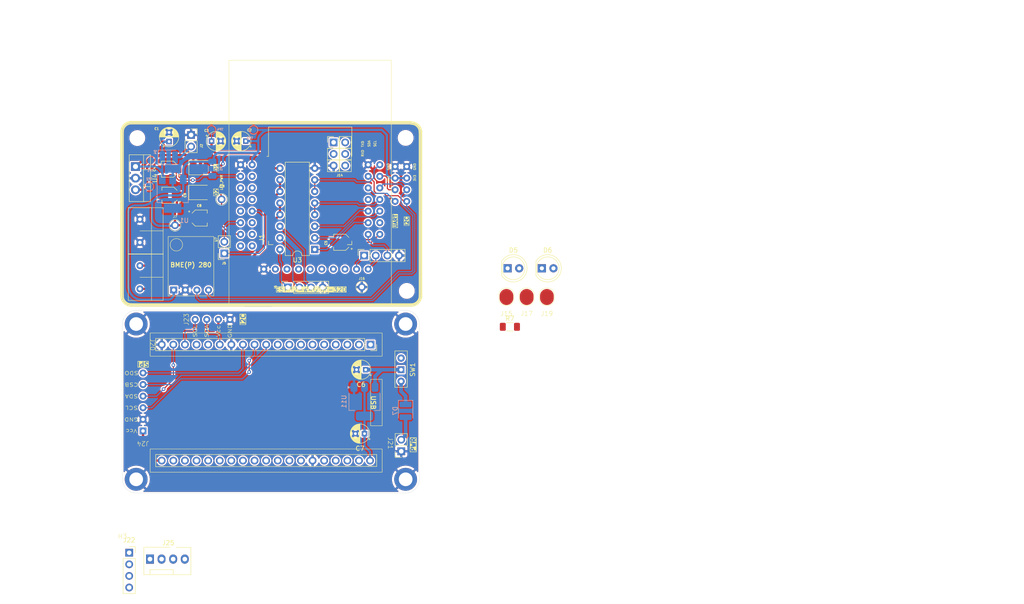
<source format=kicad_pcb>
(kicad_pcb (version 20240108) (generator "pcbnew") (generator_version "8.0")
  (layers (0 "F.Cu" signal) (31 "B.Cu" signal) (34 "B.Paste" user) (35 "F.Paste" user) (36 "B.SilkS" user "B.Silkscreen") (37 "F.SilkS" user "F.Silkscreen") (38 "B.Mask" user) (39 "F.Mask" user) (44 "Edge.Cuts" user))
  (net 0 "")
  (net 1 "GND")
  (net 2 "+3V3")
  (net 3 "+5V")
  (net 4 "/RXD")
  (net 5 "/TXD")
  (net 6 "/SDA")
  (net 7 "/SCL")
  (net 8 "/EN")
  (net 9 "/SOURCE2")
  (net 10 "/SOURCE1")
  (net 11 "/SOURCE3")
  (net 12 "/VDC")
  (net 13 "/DAC1")
  (net 14 "/DAC2")
  (net 15 "/GPIO19")
  (net 16 "/GPIO17")
  (net 17 "/GPIO5")
  (net 18 "/GPIO18")
  (net 19 "/ADC2_CH3")
  (net 20 "/ADC2_CH0")
  (net 21 "/GPIO23")
  (net 22 "/ADC2_CH2")
  (net 23 "/BOOT")
  (net 24 "/SOURCE4")
  (net 25 "/SOURCE5")
  (net 26 "/GPIO14")
  (net 27 "/VIN")
  (net 39 "/ESP32-WROOM-32U Node/VIN")
  (net 44 "/ESP32-WROOM-32U Node/VDC")
  (net 55 "/ESP32-WROOM-32U Node/SPI-SDO")
  (net 56 "/ESP32-WROOM-32U Node/TX")
  (net 57 "Net-(D7-A)")
  (net 58 "/ESP32-WROOM-32U Node/SDA-2")
  (net 59 "/ESP32-WROOM-32U Node/SPI-CSB")
  (net 60 "/ESP32-WROOM-32U Node/SPI-SCL")
  (net 61 "/ESP32-WROOM-32U Node/SCL-2")
  (net 62 "/ESP32-WROOM-32U Node/RX")
  (net 63 "/ESP32-WROOM-32U Node/SPI-SDA")
  (net 65 "/GPIO36")
  (net 66 "/OUT2")
  (net 67 "/GPIO39")
  (net 68 "/GPIO32")
  (net 69 "/OUT1")
  (net 70 "/SD_DATA0")
  (net 71 "/SD_CMD")
  (net 72 "/GPIO34")
  (net 73 "/OUT3")
  (net 74 "/SD_DATA2")
  (net 75 "/GPIO27")
  (net 76 "/GPIO13")
  (net 77 "/SD_CLK")
  (net 78 "/SD_DATA1")
  (net 79 "/GPIO33")
  (net 80 "/SD_DATA3")
  (net 81 "Net-(J15-Pin_1)")
  (net 82 "Net-(D5-Pad1)")
  (net 83 "Net-(J19-Pin_1)")
  (net 87 "/ESP32-WROOM-32U Node/12V")
  (footprint "Capacitor_THT:CP_Radial_D4.0mm_P2.00mm" (layer "F.Cu") (at 107 44.2 180)
    (property "Reference" "C2")
    (property "Value" "1uF")
  )
  (footprint "LED_SMD:LED_1210_3225Metric_Pad1.42x2.65mm_HandSolder" (layer "F.Cu") (at 97 55.45)
    (property "Reference" "D2")
    (property "Value" "STATUS")
  )
  (footprint "Capacitor_SMD:CP_Elec_3x5.3" (layer "F.Cu") (at 90.3 50.35 180)
    (property "Reference" "C4")
    (property "Value" "0.1uF")
  )
  (footprint "LED_THT:LED_D5.0mm" (layer "F.Cu") (at 171.825 72.05)
    (property "Reference" "D6")
    (property "Value" "LED_STATUS")
  )
  (footprint "Alexander Footprint Library:Pad_1x01_P2.54_SMD" (layer "F.Cu") (at 168.501 82.471)
    (property "Reference" "J17")
    (property "Value" "GND")
  )
  (footprint "MountingHole:MountingHole_3mm" (layer "F.Cu") (at 142 43.5)
    (property "Reference" "H1" (hide yes))
    (property "Value" "MountingHole_Pad")
  )
  (footprint "MountingHole:MountingHole_3mm" (layer "F.Cu") (at 83.25 43.53)
    (property "Reference" "H2" (hide yes))
    (property "Value" "MountingHole_Pad")
  )
  (footprint "Alexander Footprints Library:Conn_Terminal_5mm" (layer "F.Cu") (at 83.82 53.69)
    (property "Reference" "J9" (hide yes))
    (property "Value" "Conn_01x02_Socket")
  )
  (footprint "Alexander Footprint Library:ESP32-WROOM-Adapter-Socket-2" (layer "F.Cu") (at 121.1 56.99)
    (property "Reference" "J1")
    (property "Value" "~")
  )
  (footprint "Capacitor_SMD:CP_Elec_3x5.3" (layer "F.Cu") (at 90.4 56.05 180)
    (property "Reference" "C9")
    (property "Value" "0.1uF")
  )
  (footprint "Capacitor_THT:CP_Radial_D4.0mm_P2.00mm" (layer "F.Cu") (at 133.25 94.25 180)
    (property "Reference" "C6")
    (property "Value" "1uF")
  )
  (footprint "Alexander Footprint Library:PinSocket_1x01_P2.54" (layer "F.Cu") (at 91.5 65.19)
    (property "Reference" "J7")
    (property "Value" "LED_PWR")
  )
  (footprint "Alexander Footprint Library:Conn_SPI" (layer "F.Cu") (at 84.5 112.74 180)
    (property "Reference" "J24")
    (property "Value" "~")
  )
  (footprint "Connector_PinSocket_2.54mm:PinSocket_1x02_P2.54mm_Vertical" (layer "F.Cu") (at 95.025 42.85)
    (property "Reference" "J2")
    (property "Value" "PWR")
  )
  (footprint "LED_THT:LED_D5.0mm" (layer "F.Cu") (at 164.325 72.05)
    (property "Reference" "D5")
    (property "Value" "LED_PWR")
  )
  (footprint "Connector:FanPinHeader_1x04_P2.54mm_Vertical" (layer "F.Cu") (at 86.025 135.72)
    (property "Reference" "J25")
    (property "Value" "Conn_01x04_Pin")
  )
  (footprint "Connector_PinSocket_2.54mm:PinSocket_1x04_P2.54mm_Vertical" (layer "F.Cu") (at 81.475 134.32)
    (property "Reference" "J22")
    (property "Value" "PWR_SATA_Conn_01x04")
  )
  (footprint "Connector_PinSocket_2.54mm:PinSocket_1x04_P2.54mm_Vertical" (layer "F.Cu") (at 116.2 76.225 90)
    (property "Reference" "J6")
    (property "Value" "SOURCE")
  )
  (footprint "Package_DIP:DIP-16_W7.62mm" (layer "F.Cu") (at 122.1 67.925 180)
    (property "Reference" "U3")
    (property "Value" "ULN2003")
  )
  (footprint "Connector_PinSocket_2.54mm:PinSocket_1x04_P2.54mm_Vertical" (layer "F.Cu") (at 132.92 69.25 90)
    (property "Reference" "J10" (hide yes))
    (property "Value" "ADC")
  )
  (footprint "Capacitor_SMD:CP_Elec_3x5.3" (layer "F.Cu") (at 128 66.35 180)
    (property "Reference" "C5")
    (property "Value" "0.1uF")
  )
  (footprint "Alexander Footprint Library:PinSocket_1x02_P2.54" (layer "F.Cu") (at 142.25 107 180)
    (property "Reference" "J21")
    (property "Value" "PWR")
  )
  (footprint "Capacitor_THT:CP_Radial_D4.0mm_P2.00mm" (layer "F.Cu") (at 99.5 44.2)
    (property "Reference" "C3")
    (property "Value" "1uF")
  )
  (footprint "Alexander Footprint Library:Conn_ESP32_WROOM-DevKit-38pins" (layer "F.Cu") (at 86.06 88.75 -90)
    (property "Reference" "J20")
    (property "Value" "~")
  )
  (footprint "Capacitor_SMD:CP_Elec_3x5.3" (layer "F.Cu") (at 96.8 61.05)
    (property "Reference" "C8")
    (property "Value" "10uF")
  )
  (footprint "Alexander Footprint Library:PinSocket_1x01_P2.54" (layer "F.Cu") (at 101.7 59.52)
    (property "Reference" "J18")
    (property "Value" "LED_PWR")
  )
  (footprint "Alexander Footprint Library:Conn_I2C" (layer "F.Cu") (at 111.16 83.25 -90)
    (property "Reference" "J23")
    (property "Value" "I2C")
  )
  (footprint "Connector_PinSocket_2.54mm:PinSocket_1x02_P2.54mm_Vertical" (layer "F.Cu") (at 102.3 68.79 180)
    (property "Reference" "J5")
    (property "Value" "DAC")
  )
  (footprint "Alexander Footprint Library:CONN_2x3" (layer "F.Cu") (at 126.23 39.4)
    (property "Reference" "J14")
    (property "Value" "GPIO")
  )
  (footprint "Alexander Footprints Library:Conn_UART" (layer "F.Cu") (at 139.7 42.15)
    (property "Reference" "J3" (hide yes))
    (property "Value" "UART")
  )
  (footprint "Alexander Footprint Library:SW_Slide-03_7.3x2.5x2.5_P2.54mm" (layer "F.Cu") (at 141 94.25 -90)
    (property "Reference" "SW1")
    (property "Value" "SW_SPDT")
  )
  (footprint "Alexander Footprint Library:PinSocket_1x01_P2.54" (layer "F.Cu") (at 132.4 78.72)
    (property "Reference" "J16")
    (property "Value" "GND")
  )
  (footprint "Alexander Footprint Library:Pad_1x01_P2.54_SMD" (layer "F.Cu") (at 172.927 82.471)
    (property "Reference" "J19")
    (property "Value" "LED_PWR")
  )
  (footprint "Capacitor_THT:CP_Radial_D4.0mm_P2.00mm" (layer "F.Cu") (at 90.2 44.3 90)
    (property "Reference" "C1")
    (property "Value" "1uF")
  )
  (footprint "Alexander Footprint Library:BME280_BMP280_I2C" (layer "F.Cu") (at 90 78.1 90)
    (property "Reference" "U7")
    (property "Value" "BME(P)280")
  )
  (footprint "Capacitor_THT:CP_Radial_D4.0mm_P2.00mm" (layer "F.Cu") (at 133 108.25 180)
    (property "Reference" "C7")
    (property "Value" "1uF")
  )
  (footprint "Alexander Footprint Library:LD1117" (layer "F.Cu") (at 82.855 49.77 -90)
    (property "Reference" "U4")
    (property "Value" "L7805")
  )
  (footprint "Alexander Footprints Library:Conn_I2C" (layer "F.Cu") (at 142.24 42.15)
    (property "Reference" "J4" (hide yes))
    (property "Value" "I2C")
  )
  (footprint "Alexander Footprint Library:Board_65-40" (layer "F.Cu") (at 80 131.25)
    (property "Reference" "H3")
    (property "Value" "Project_Box_Board_65x40")
    (fp_line (start 0 -13) (end 0 -47) (stroke (width 0.05)) (layer "Edge.Cuts"))
    (fp_line (start 3 -50) (end 62 -50) (stroke (width 0.05)) (layer "Edge.Cuts"))
    (fp_line (start 62 -10) (end 3 -10) (stroke (width 0.05)) (layer "Edge.Cuts"))
    (fp_line (start 65 -47) (end 65 -13) (stroke (width 0.05)) (layer "Edge.Cuts"))
    (fp_arc (start 0 -47) (mid 0.87868 -49.12132) (end 3 -50) (stroke (width 0.05)) (layer "Edge.Cuts"))
    (fp_arc (start 3 -10) (mid 0.87868 -10.87868) (end 0 -13) (stroke (width 0.05)) (layer "Edge.Cuts"))
    (fp_arc (start 62 -50) (mid 64.12132 -49.12132) (end 65 -47) (stroke (width 0.05)) (layer "Edge.Cuts"))
    (fp_arc (start 65 -13) (mid 64.12132 -10.87868) (end 62 -10) (stroke (width 0.05)) (layer "Edge.Cuts"))
    (fp_circle (center 3 -47) (end 4 -48) (stroke (width 0.05)) (fill none) (layer "Edge.Cuts"))
    (fp_circle (center 3 -13) (end 4 -14) (stroke (width 0.05)) (fill none) (layer "Edge.Cuts"))
    (fp_circle (center 62 -47) (end 63 -48) (stroke (width 0.05)) (fill none) (layer "Edge.Cuts"))
    (fp_circle (center 62 -13) (end 63 -14) (stroke (width 0.05)) (fill none) (layer "Edge.Cuts"))
  )
  (footprint "Resistor_SMD:R_1206_3216Metric_Pad1.30x1.75mm_HandSolder" (layer "F.Cu") (at 164.825 84.86)
    (property "Reference" "R7")
    (property "Value" "4K7")
  )
  (footprint "LED_SMD:LED_1210_3225Metric_Pad1.42x2.65mm_HandSolder" (layer "F.Cu") (at 97 50)
    (property "Reference" "D1")
    (property "Value" "PWR")
  )
  (footprint "MountingHole:MountingHole_3mm" (layer "F.Cu") (at 142.25 77)
    (property "Reference" "H4" (hide yes))
    (property "Value" "MountingHole_Pad")
  )
  (footprint "Alexander Footprint Library:Pad_1x01_P2.54_SMD" (layer "F.Cu") (at 164.075 82.471)
    (property "Reference" "J15")
    (property "Value" "LED_PWR")
  )
  (footprint "Alexander Footprints Library:Conn_Terminal_5mm" (layer "F.Cu") (at 83.82 63.85)
    (property "Reference" "J8" (hide yes))
    (property "Value" "Conn_01x02_Socket")
  )
  (footprint "TestPoint:TestPoint_Pad_D1.5mm" (layer "B.Cu") (at 99.5 41.75 180)
    (property "Reference" "TP4")
    (property "Value" "5V")
  )
  (footprint "TestPoint:TestPoint_Pad_D1.5mm" (layer "B.Cu") (at 108.7 41.75 180)
    (property "Reference" "TP3")
    (property "Value" "3V3")
  )
  (footprint "Diode_SMD:D_1210_3225Metric" (layer "B.Cu") (at 142 103.25 -90)
    (property "Reference" "D7")
    (property "Value" "D")
  )
  (footprint "Resistor_SMD:R_1206_3216Metric_Pad1.30x1.75mm_HandSolder" (layer "B.Cu") (at 99.7 50.25 -90)
    (property "Reference" "R1")
    (property "Value" "10K")
  )
  (footprint "Diode_SMD:D_1210_3225Metric" (layer "B.Cu") (at 90.1 47.75)
    (property "Reference" "D4")
    (property "Value" "D")
  )
  (footprint "TestPoint:TestPoint_Pad_D1.5mm" (layer "B.Cu") (at 86.2 48.45 180)
    (property "Reference" "TP1")
    (property "Value" "VIN")
  )
  (footprint "TestPoint:TestPoint_Pad_D1.5mm" (layer "B.Cu") (at 85.9 54.15 180)
    (property "Reference" "TP2")
    (property "Value" "GND")
  )
  (footprint "Package_TO_SOT_SMD:SOT-223-3_TabPin2" (layer "B.Cu") (at 91 55.75 -90)
    (property "Reference" "U1")
    (property "Value" "AMS1117-3V3")
  )
  (footprint "Package_TO_SOT_SMD:SOT-223-3_TabPin2" (layer "B.Cu") (at 133 101.25 -90)
    (property "Reference" "U11")
    (property "Value" "AMS1117-5.0")
  )
  (gr_line (start 145.25 42.11421) (end 145.25 78.085782) (stroke (width 0.75)) (layer "F.SilkS"))
  (gr_line (start 81.914218 40.164218) (end 143.08579 40.164218) (stroke (width 0.75)) (layer "F.SilkS"))
  (gr_arc (start 145.25 78.085782) (mid 144.66422 79.500007) (end 143.25 80.085782) (stroke (width 0.75)) (layer "F.SilkS"))
  (gr_line (start 79.914218 42.11421) (end 79.914218 78.085782) (stroke (width 0.75)) (layer "F.SilkS"))
  (gr_arc (start 81.914218 80.085782) (mid 80.499999 79.500001) (end 79.914218 78.085782) (stroke (width 0.75)) (layer "F.SilkS"))
  (gr_arc (start 143.25 40.25) (mid 144.664214 40.835786) (end 145.25 42.25) (stroke (width 0.75)) (layer "F.SilkS"))
  (gr_arc (start 79.914218 42.164218) (mid 80.499999 40.749999) (end 81.914218 40.164218) (stroke (width 0.75)) (layer "F.SilkS"))
  (gr_line (start 81.914214 80.085782) (end 143.085786 80.085782) (stroke (width 0.75)) (layer "F.SilkS"))
  (gr_line (start 82.014214 80.235786) (end 113 80.25) (stroke (width 0.1)) (layer "Edge.Cuts"))
  (gr_line (start 80 42.25) (end 80.014214 78.235786) (stroke (width 0.1)) (layer "Edge.Cuts"))
  (gr_arc (start 143.185786 40.264214) (mid 144.600004 40.849996) (end 145.185786 42.264214) (stroke (width 0.1)) (layer "Edge.Cuts"))
  (gr_line (start 113 80.25) (end 143.185786 80.235786) (stroke (width 0.1)) (layer "Edge.Cuts"))
  (gr_arc (start 82.014214 80.235786) (mid 80.599996 79.650004) (end 80.014214 78.235786) (stroke (width 0.1)) (layer "Edge.Cuts"))
  (gr_line (start 145.185786 42.264214) (end 145.185786 78.235786) (stroke (width 0.1)) (layer "Edge.Cuts"))
  (gr_arc (start 80 42.25) (mid 80.585786 40.835786) (end 82 40.25) (stroke (width 0.1)) (layer "Edge.Cuts"))
  (gr_arc (start 145.185786 78.235786) (mid 144.600004 79.650004) (end 143.185786 80.235786) (stroke (width 0.1)) (layer "Edge.Cuts"))
  (gr_line (start 143.185786 40.264214) (end 82 40.25) (stroke (width 0.1)) (layer "Edge.Cuts"))
  (gr_text "PWR" (at 144.3 112.45 90) (layer "F.SilkS" knockout) (effects (font (size 1 1) (thickness 0.25) (bold yes)) (justify left bottom)))
  (segment (start 84.21 66) (end 83.82 66.39) (width 0.5) (layer "F.Cu") (net 1))
  (segment (start 95.5 54.8625) (end 95.5125 54.85) (width 0.25) (layer "F.Cu") (net 1))
  (segment (start 95.5 55.4625) (end 95.5125 55.45) (width 0.25) (layer "F.Cu") (net 1))
  (segment (start 91.5 59.65) (end 91.9 59.25) (width 0.5) (layer "F.Cu") (net 2))
  (segment (start 101.15 50) (end 102 49.15) (width 0.5) (layer "F.Cu") (net 2))
  (segment (start 84.5 107.66) (end 84.5 112.25) (width 0.5) (layer "F.Cu") (net 2))
  (segment (start 87.75 85.75) (end 100 85.75) (width 0.5) (layer "F.Cu") (net 2))
  (segment (start 94.63 62.62) (end 91.5 62.62) (width 0.5) (layer "F.Cu") (net 2))
  (segment (start 101 84.75) (end 101 83.25) (width 0.5) (layer "F.Cu") (net 2))
  (segment (start 88.6 114.15) (end 86.4 114.15) (width 0.5) (layer "F.Cu") (net 2))
  (segment (start 84.5 112.25) (end 85.25 113) (width 0.5) (layer "F.Cu") (net 2))
  (segment (start 91.9 59.25) (end 91.9 56.05) (width 0.5) (layer "F.Cu") (net 2))
  (segment (start 98.4875 50) (end 101.15 50) (width 0.5) (layer "F.Cu") (net 2))
  (segment (start 95.3 61.05) (end 95.3 61.95) (width 0.5) (layer "F.Cu") (net 2))
  (segment (start 95.3 61.95) (end 94.63 62.62) (width 0.5) (layer "F.Cu") (net 2))
  (segment (start 82.25 110) (end 82.25 91.25) (width 0.5) (layer "F.Cu") (net 2))
  (segment (start 91.5 62.62) (end 91.5 59.65) (width 0.5) (layer "F.Cu") (net 2))
  (segment (start 82.25 91.25) (end 87.75 85.75) (width 0.5) (layer "F.Cu") (net 2))
  (segment (start 86.4 114.15) (end 85.25 113) (width 0.5) (layer "F.Cu") (net 2))
  (segment (start 100 85.75) (end 101 84.75) (width 0.5) (layer "F.Cu") (net 2))
  (segment (start 85.25 113) (end 82.25 110) (width 0.5) (layer "F.Cu") (net 2))
  (via (at 102 49.15) (size 0.8) (drill 0.4) (layers "F.Cu" "B.Cu") (net 2))
  (segment (start 96.075 48.7) (end 97.525 48.7) (width 0.5) (layer "B.Cu") (net 2))
  (segment (start 108.4 49.2825) (end 108.4 47.85) (width 0.5) (layer "B.Cu") (net 2))
  (segment (start 109.408578 44.2) (end 107 44.2) (width 0.5) (layer "B.Cu") (net 2))
  (segment (start 109.5 46.75) (end 109.75 46.5) (width 0.5) (layer "B.Cu") (net 2))
  (segment (start 81.3 75.997918) (end 81.3 59.75104) (width 0.5) (layer "B.Cu") (net 2))
  (segment (start 93.3 54.905025) (end 93.3 52.6) (width 0.5) (layer "B.Cu") (net 2))
  (segment (start 100 48.7) (end 100 48.03033) (width 0.5) (layer "B.Cu") (net 2))
  (segment (start 137.9 51.55) (end 138.66 52.31) (width 0.5) (layer "B.Cu") (net 2))
  (segment (start 84.202081 78.9) (end 89.990883 78.9) (width 0.5) (layer "B.Cu") (net 2))
  (segment (start 109.75 45) (end 109.75 44.141421) (width 0.5) (layer "B.Cu") (net 2))
  (segment (start 103 46.75) (end 101.28033 46.75) (width 0.5) (layer "B.Cu") (net 2))
  (segment (start 109.75 43.858578) (end 109.75 44.141421) (width 0.5) (layer "B.Cu") (net 2))
  (segment (start 138.66 52.31) (end 139.7 52.31) (width 0.5) (layer "B.Cu") (net 2))
  (segment (start 139.7 52.31) (end 142.24 52.31) (width 0.5) (layer "B.Cu") (net 2))
  (segment (start 129.1 41.75) (end 136.8 41.75) (width 0.5) (layer "B.Cu") (net 2))
  (segment (start 112.31066 41.75) (end 129.1 41.75) (width 0.5) (layer "B.Cu") (net 2))
  (segment (start 88.207106 62.75) (end 91.5 62.75) (width 0.5) (layer "B.Cu") (net 2))
  (segment (start 86.5 61.042893) (end 86.5 57.5) (width 0.5) (layer "B.Cu") (net 2))
  (segment (start 103 46.75) (end 109.5 46.75) (width 0.5) (layer "B.Cu") (net 2))
  (segment (start 137.9 42.85) (end 137.9 51.55) (width 0.5) (layer "B.Cu") (net 2))
  (segment (start 91.22 77.670883) (end 91.22 76.8) (width 0.5) (layer "B.Cu") (net 2))
  (segment (start 89.455634 56.1) (end 92.105025 56.1) (width 0.5) (layer "B.Cu") (net 2))
  (segment (start 96.075 48.7) (end 95.177817 48.7) (width 0.5) (layer "B.Cu") (net 2))
  (segment (start 136.8 41.75) (end 137.9 42.85) (width 0.5) (layer "B.Cu") (net 2))
  (segment (start 108.4 47.85) (end 109.75 46.5) (width 0.5) (layer "B.Cu") (net 2))
  (segment (start 109.75 46.5) (end 109.75 45) (width 0.5) (layer "B.Cu") (net 2))
  (segment (start 110.015165 42.984834) (end 110.5 42.5) (width 0.5) (layer "B.Cu") (net 2))
  (segment (start 102 47.75) (end 103 46.75) (width 0.5) (layer "B.Cu") (net 2))
  (segment (start 109.75 43.858578) (end 109.75 43.625) (width 0.5) (layer "B.Cu") (net 2))
  (segment (start 93.3 52.6) (end 93.3 50.577817) (width 0.5) (layer "B.Cu") (net 2))
  (segment (start 82.75104 58.3) (end 84.144365 58.3) (width 0.5) (layer "B.Cu") (net 2))
  (segment (start 102 49.15) (end 102 47.75) (width 0.5) (layer "B.Cu") (net 2))
  (segment (start 129.3 41.75) (end 129.1 41.75) (width 0.5) (layer "B.Cu") (net 2))
  (segment (start 108.7 41.75) (end 112.31066 41.75) (width 0.5) (layer "B.Cu") (net 2))
  (segment (start 100 48.7) (end 97.525 48.7) (width 0.5) (layer "B.Cu") (net 2))
  (arc (start 93.3 54.905025) (mid 93.209037 55.362322) (end 92.95 55.75) (width 0.5) (layer "B.Cu") (net 2))
  (arc (start 86.8 57.2) (mid 85.581584 58.014119) (end 84.144365 58.3) (width 0.5) (layer "B.Cu") (net 2))
  (arc (start 89.455634 56.1) (mid 88.018415 56.38588) (end 86.8 57.2) (width 0.5) (layer "B.Cu") (net 2))
  (arc (start 86.5 61.042893) (mid 86.629945 61.696174) (end 87 62.25) (width 0.5) (layer "B.Cu") (net 2))
  (arc (start 82.75104 58.3) (mid 82.195751 58.410453) (end 81.725 58.725) (width 0.5) (layer "B.Cu") (net 2))
  (arc (start 92.95 55.75) (mid 92.562322 56.009037) (end 92.105025 56.1) (width 0.5) (layer "B.Cu") (net 2))
  (arc (start 109.75 43.625) (mid 109.818914 43.278544) (end 110.015165 42.984834) (width 0.5) (layer "B.Cu") (net 2))
  (arc (start 95.177817 48.7) (mid 94.459207 48.84294) (end 93.85 49.25) (width 0.5) (layer "B.Cu") (net 2))
  (arc (start 82.15 78.05) (mid 83.091502 78.679092) (end 84.202081 78.9) (width 0.5) (layer "B.Cu") (net 2))
  (arc (start 109.75 44.141421) (mid 109.713838 44.087301) (end 109.65 44.1) (width 0.5) (layer "B.Cu") (net 2))
  (arc (start 93.85 49.25) (mid 93.44294 49.859207) (end 93.3 50.577817) (width 0.5) (layer "B.Cu") (net 2))
  (arc (start 90.86 78.54) (mid 90.461245 78.806439) (end 89.990883 78.9) (width 0.5) (layer "B.Cu") (net 2))
  (arc (start 109.65 44.1) (mid 109.539234 44.17401) (end 109.408578 44.2) (width 0.5) (layer "B.Cu") (net 2))
  (arc (start 87 62.25) (mid 87.553825 62.620054) (end 88.207106 62.75) (width 0.5) (layer "B.Cu") (net 2))
  (arc (start 81.725 58.725) (mid 81.410453 59.195751) (end 81.3 59.75104) (width 0.5) (layer "B.Cu") (net 2))
  (arc (start 101.28033 46.75) (mid 100.790368 46.847459) (end 100.375 47.125) (width 0.5) (layer "B.Cu") (net 2))
  (arc (start 91.22 77.670883) (mid 91.126439 78.141245) (end 90.86 78.54) (width 0.5) (layer "B.Cu") (net 2))
  (arc (start 110.5 42.5) (mid 111.330737 41.944918) (end 112.31066 41.75) (width 0.5) (layer "B.Cu") (net 2))
  (arc (start 109.65 44.1) (mid 109.72401 43.989234) (end 109.75 43.858578) (width 0.5) (layer "B.Cu") (net 2))
  (arc (start 100.375 47.125) (mid 100.097459 47.540368) (end 100 48.03033) (width 0.5) (layer "B.Cu") (net 2))
  (arc (start 81.3 75.997918) (mid 81.520907 77.108496) (end 82.15 78.05) (width 0.5) (layer "B.Cu") (net 2))
  (segment (start 99.5 45.693413) (end 99.5 44.2) (width 0.5) (layer "F.Cu") (net 3))
  (segment (start 111.2 46.85) (end 100.365867 46.85) (width 0.5) (layer "F.Cu") (net 3))
  (segment (start 98.6375 46.9625) (end 99.2125 46.3875) (width 0.5) (layer "F.Cu") (net 3))
  (segment (start 100.365867 46.85) (end 99.465867 45.95) (width 0.5) (layer "F.Cu") (net 3))
  (segment (start 112 47.65) (end 111.2 46.85) (width 0.5) (layer "F.Cu") (net 3))
  (segment (start 112 49.15) (end 112 47.65) (width 0.5) (layer "F.Cu") (net 3))
  (segment (start 88.1 47.25) (end 97.943413 47.25) (width 0.5) (layer "F.Cu") (net 3))
  (segment (start 84.9 54.85) (end 85.4 54.35) (width 0.5) (layer "F.Cu") (net 3))
  (segment (start 85.4 54.35) (end 85.4 49.95) (width 0.5) (layer "F.Cu") (net 3))
  (segment (start 114.48 50.145) (end 112.995 50.145) (width 0.5) (layer "F.Cu") (net 3))
  (segment (start 112.995 50.145) (end 112 49.15) (width 0.5) (layer "F.Cu") (net 3))
  (segment (start 82.855 54.85) (end 84.9 54.85) (width 0.5) (layer "F.Cu") (net 3))
  (segment (start 85.4 49.95) (end 88.1 47.25) (width 0.5) (layer "F.Cu") (net 3))
  (arc (start 97.943413 47.25) (mid 98.31905 47.175281) (end 98.6375 46.9625) (width 0.5) (layer "F.Cu") (net 3))
  (arc (start 99.5 45.693413) (mid 99.425281 46.06905) (end 99.2125 46.3875) (width 0.5) (layer "F.Cu") (net 3))
  (segment (start 133 98.1) (end 133 104.4) (width 0.5) (layer "B.Cu") (net 3))
  (segment (start 133 108.25) (end 133 104.4) (width 0.5) (layer "B.Cu") (net 3))
  (segment (start 133 111) (end 133 108.25) (width 0.5) (layer "B.Cu") (net 3))
  (segment (start 134.21 114.15) (end 134.21 112.21) (width 0.5) (layer "B.Cu") (net 3))
  (segment (start 134.21 112.21) (end 133 111) (width 0.5) (layer "B.Cu") (net 3))
  (segment (start 99.5 42.25) (end 99.5 44.2) (width 0.25) (layer "B.Cu") (net 3))
  (segment (start 139.7 57.35) (end 139.7 57.39) (width 0.25) (layer "F.Cu") (net 4))
  (segment (start 140.3 57.45) (end 139.3 57.45) (width 0.25) (layer "F.Cu") (net 4))
  (segment (start 139.04 57.39) (end 139.7 57.39) (width 0.25) (layer "F.Cu") (net 4))
  (segment (start 137.96 55.65) (end 139.7 57.39) (width 0.25) (layer "B.Cu") (net 4))
  (segment (start 133.8 54.3625) (end 135.0875 55.65) (width 0.25) (layer "B.Cu") (net 4))
  (segment (start 135.0875 55.65) (end 137.96 55.65) (width 0.25) (layer "B.Cu") (net 4))
  (segment (start 138 52.25) (end 137.5725 51.8225) (width 0.25) (layer "F.Cu") (net 5))
  (segment (start 139.7 54.85) (end 138.3 54.85) (width 0.25) (layer "F.Cu") (net 5))
  (segment (start 137.5725 51.8225) (end 136.34 51.8225) (width 0.25) (layer "F.Cu") (net 5))
  (segment (start 138 54.55) (end 138 52.25) (width 0.25) (layer "F.Cu") (net 5))
  (segment (start 138.3 54.85) (end 138 54.55) (width 0.25) (layer "F.Cu") (net 5))
  (segment (start 139.7 54.85) (end 139.5 54.85) (width 0.25) (layer "F.Cu") (net 5))
  (segment (start 142.24 54.85) (end 142.24 55.51) (width 0.25) (layer "F.Cu") (net 6))
  (segment (start 98.84 76.8) (end 98.84 78.09) (width 0.25) (layer "B.Cu") (net 6))
  (segment (start 141 57.95) (end 141 56.09) (width 0.25) (layer "B.Cu") (net 6))
  (segment (start 140.990501 53.600501) (end 142.24 54.85) (width 0.25) (layer "B.Cu") (net 6))
  (segment (start 136.34 54.3625) (end 137.101999 53.600501) (width 0.25) (layer "B.Cu") (net 6))
  (segment (start 143.281802 72.781802) (end 143.55 72.513604) (width 0.25) (layer "B.Cu") (net 6))
  (segment (start 99.4 78.65) (end 130.7 78.65) (width 0.25) (layer "B.Cu") (net 6))
  (segment (start 130.7 78.65) (end 134.55 78.65) (width 0.25) (layer "B.Cu") (net 6))
  (segment (start 143.55 72.513604) (end 143.55 60.5) (width 0.25) (layer "B.Cu") (net 6))
  (segment (start 143.55 60.5) (end 141 57.95) (width 0.25) (layer "B.Cu") (net 6))
  (segment (start 140.418198 72.781802) (end 143.281802 72.781802) (width 0.25) (layer "B.Cu") (net 6))
  (segment (start 98.84 78.09) (end 99.4 78.65) (width 0.25) (layer "B.Cu") (net 6))
  (segment (start 141 56.09) (end 142.24 54.85) (width 0.25) (layer "B.Cu") (net 6))
  (segment (start 137.101999 53.600501) (end 140.990501 53.600501) (width 0.25) (layer "B.Cu") (net 6))
  (segment (start 134.55 78.65) (end 140.418198 72.781802) (width 0.25) (layer "B.Cu") (net 6))
  (segment (start 135.1 55.15) (end 135.6 55.65) (width 0.25) (layer "F.Cu") (net 7))
  (segment (start 133.8 51.8225) (end 135.1 53.1225) (width 0.25) (layer "F.Cu") (net 7))
  (segment (start 141.603604 57.39) (end 142.24 57.39) (width 0.25) (layer "F.Cu") (net 7))
  (segment (start 137.3 55.65) (end 137.8 56.15) (width 0.25) (layer "F.Cu") (net 7))
  (segment (start 135.1 53.1225) (end 135.1 55.15) (width 0.25) (layer "F.Cu") (net 7))
  (segment (start 135.6 55.65) (end 137.3 55.65) (width 0.25) (layer "F.Cu") (net 7))
  (segment (start 140.363604 56.15) (end 141.603604 57.39) (width 0.25) (layer "F.Cu") (net 7))
  (segment (start 137.8 56.15) (end 140.363604 56.15) (width 0.25) (layer "F.Cu") (net 7))
  (segment (start 142.24 58.553604) (end 142.24 57.39) (width 0.25) (layer "B.Cu") (net 7))
  (segment (start 144 72.7) (end 144 60.313604) (width 0.25) (layer "B.Cu") (net 7))
  (segment (start 134.8 79.1) (end 140.6 73.3) (width 0.25) (layer "B.Cu") (net 7))
  (segment (start 140.6 73.3) (end 143.4 73.3) (width 0.25) (layer "B.Cu") (net 7))
  (segment (start 96.3 76.8) (end 96.3 78.45) (width 0.25) (layer "B.Cu") (net 7))
  (segment (start 143.4 73.3) (end 144 72.7) (width 0.25) (layer "B.Cu") (net 7))
  (segment (start 96.3 78.45) (end 96.95 79.1) (width 0.25) (layer "B.Cu") (net 7))
  (segment (start 144 60.313604) (end 142.24 58.553604) (width 0.25) (layer "B.Cu") (net 7))
  (segment (start 96.95 79.1) (end 134.8 79.1) (width 0.25) (layer "B.Cu") (net 7))
  (segment (start 92.3 52.75) (end 91.8 52.25) (width 0.25) (layer "F.Cu") (net 8))
  (segment (start 91.8 52.25) (end 91.8 50.35) (width 0.25) (layer "F.Cu") (net 8))
  (segment (start 95.4 52.75) (end 92.3 52.75) (width 0.25) (layer "F.Cu") (net 8))
  (via (at 95.4 52.75) (size 0.8) (drill 0.4) (layers "F.Cu" "B.Cu") (net 8))
  (segment (start 95.4 52.75) (end 96.7 52.75) (width 0.25) (layer "B.Cu") (net 8))
  (segment (start 101.4 51.8) (end 101.45 51.8) (width 0.25) (layer "B.Cu") (net 8))
  (segment (start 105.86 51.8225) (end 101.4225 51.8225) (width 0.25) (layer "B.Cu") (net 8))
  (segment (start 99.7 51.8) (end 101.4 51.8) (width 0.25) (layer "B.Cu") (net 8))
  (segment (start 97.65 51.8) (end 99.7 51.8) (width 0.25) (layer "B.Cu") (net 8))
  (segment (start 101.4225 51.8225) (end 101.4 51.8) (width 0.25) (layer "B.Cu") (net 8))
  (segment (start 96.7 52.75) (end 97.65 51.8) (width 0.25) (layer "B.Cu") (net 8))
  (segment (start 111.2 66.85) (end 111.2 58.505) (width 0.5) (layer "F.Cu") (net 9))
  (segment (start 111.2 58.505) (end 114.48 55.225) (width 0.5) (layer "F.Cu") (net 9))
  (segment (start 83.82 71.47) (end 86.37 71.47) (width 0.5) (layer "F.Cu") (net 9))
  (segment (start 114.48 55.225) (end 114.48 52.685) (width 0.5) (layer "F.Cu") (net 9))
  (segment (start 86.37 71.47) (end 88 73.1) (width 0.5) (layer "F.Cu") (net 9))
  (segment (start 104.95 73.1) (end 111.2 66.85) (width 0.5) (layer "F.Cu") (net 9))
  (segment (start 88 73.1) (end 104.95 73.1) (width 0.5) (layer "F.Cu") (net 9))
  (segment (start 83.82 76.55) (end 86.275 76.55) (width 0.5) (layer "F.Cu") (net 10))
  (segment (start 104.8 74.75) (end 112.2 67.35) (width 0.5) (layer "F.Cu") (net 10))
  (segment (start 112.2 62.585) (end 114.48 60.305) (width 0.5) (layer "F.Cu") (net 10))
  (segment (start 86.275 76.55) (end 88.075 74.75) (width 0.5) (layer "F.Cu") (net 10))
  (segment (start 114.48 60.305) (end 114.48 57.765) (width 0.5) (layer "F.Cu") (net 10))
  (segment (start 112.2 67.35) (end 112.2 62.585) (width 0.5) (layer "F.Cu") (net 10))
  (segment (start 88.075 74.75) (end 104.8 74.75) (width 0.5) (layer "F.Cu") (net 10))
  (segment (start 114.48 67.925) (end 114.48 70.53) (width 0.25) (layer "B.Cu") (net 11))
  (segment (start 114.48 70.53) (end 114.8 70.85) (width 0.25) (layer "B.Cu") (net 11))
  (segment (start 114.8 70.85) (end 114.8 74.825) (width 0.25) (layer "B.Cu") (net 11))
  (segment (start 114.8 74.825) (end 116.2 76.225) (width 0.25) (layer "B.Cu") (net 11))
  (segment (start 95.025 45.425) (end 92.7 47.75) (width 0.5) (layer "B.Cu") (net 12))
  (segment (start 92.7 47.75) (end 91.5 47.75) (width 0.5) (layer "B.Cu") (net 12))
  (segment (start 95.025 45.39) (end 95.025 45.425) (width 0.5) (layer "B.Cu") (net 12))
  (segment (start 102.3 68.79) (end 109.96 68.79) (width 0.25) (layer "B.Cu") (net 13))
  (segment (start 109.96 68.79) (end 111.1 67.65) (width 0.25) (layer "B.Cu") (net 13))
  (segment (start 111.1 67.65) (end 111.1 60.65) (width 0.25) (layer "B.Cu") (net 13))
  (segment (start 111.1 60.65) (end 109.98 59.53) (width 0.25) (layer "B.Cu") (net 13))
  (segment (start 109.98 59.53) (end 108.4 59.53) (width 0.25) (layer "B.Cu") (net 13))
  (segment (start 103.18 62.07) (end 105.86 62.07) (width 0.25) (layer "B.Cu") (net 14))
  (segment (start 102.3 66.25) (end 102.3 62.95) (width 0.25) (layer "B.Cu") (net 14))
  (segment (start 102.3 62.95) (end 103.18 62.07) (width 0.25) (layer "B.Cu") (net 14))
  (segment (start 122.1 60.305) (end 122.1 57.765) (width 0.25) (layer "F.Cu") (net 15))
  (segment (start 131.8 58.15) (end 131.415 57.765) (width 0.25) (layer "B.Cu") (net 15))
  (segment (start 136.34 56.9025) (end 135.0925 58.15) (width 0.25) (layer "B.Cu") (net 15))
  (segment (start 131.415 57.765) (end 122.1 57.765) (width 0.25) (layer "B.Cu") (net 15))
  (segment (start 135.0925 58.15) (end 131.8 58.15) (width 0.25) (layer "B.Cu") (net 15))
  (segment (start 124.725 67.925) (end 130.6675 61.9825) (width 0.25) (layer "B.Cu") (net 16))
  (segment (start 122.1 67.925) (end 124.725 67.925) (width 0.25) (layer "B.Cu") (net 16))
  (segment (start 130.6675 61.9825) (end 133.8 61.9825) (width 0.25) (layer "B.Cu") (net 16))
  (segment (start 126.628604 65.385) (end 122.1 65.385) (width 0.25) (layer "B.Cu") (net 17))
  (segment (start 131.263604 60.75) (end 126.628604 65.385) (width 0.25) (layer "B.Cu") (net 17))
  (segment (start 136.34 59.4425) (end 135.0325 60.75) (width 0.25) (layer "B.Cu") (net 17))
  (segment (start 135.0325 60.75) (end 131.263604 60.75) (width 0.25) (layer "B.Cu") (net 17))
  (segment (start 128.532208 62.845) (end 131.934708 59.4425) (width 0.25) (layer "B.Cu") (net 18))
  (segment (start 131.934708 59.4425) (end 133.8 59.4425) (width 0.25) (layer "B.Cu") (net 18))
  (segment (start 122.1 62.845) (end 128.532208 62.845) (width 0.25) (layer "B.Cu") (net 18))
  (segment (start 131.26 70.91) (end 132.92 69.25) (width 0.25) (layer "B.Cu") (net 19))
  (segment (start 131.26 72.1425) (end 131.26 70.91) (width 0.25) (layer "B.Cu") (net 19))
  (segment (start 137.3 66.95) (end 134.8 66.95) (width 0.25) (layer "B.Cu") (net 20))
  (segment (start 138 69.25) (end 138 67.65) (width 0.25) (layer "B.Cu") (net 20))
  (segment (start 138 67.65) (end 137.3 66.95) (width 0.25) (layer "B.Cu") (net 20))
  (segment (start 134.8 66.95) (end 133.8 65.95) (width 0.25) (layer "B.Cu") (net 20))
  (segment (start 133.8 65.95) (end 133.8 64.5225) (width 0.25) (layer "B.Cu") (net 20))
  (segment (start 122.1 52.685) (end 122.1 55.225) (width 0.25) (layer "F.Cu") (net 21))
  (segment (start 134.1 53.15) (end 131.3 53.15) (width 0.25) (layer "B.Cu") (net 21))
  (segment (start 135.1 52.15) (end 134.1 53.15) (width 0.25) (layer "B.Cu") (net 21))
  (segment (start 130.835 52.685) (end 122.1 52.685) (width 0.25) (layer "B.Cu") (net 21))
  (segment (start 136.34 49.2825) (end 135.1 50.5225) (width 0.25) (layer "B.Cu") (net 21))
  (segment (start 135.1 50.5225) (end 135.1 52.15) (width 0.25) (layer "B.Cu") (net 21))
  (segment (start 131.3 53.15) (end 130.835 52.685) (width 0.25) (layer "B.Cu") (net 21))
  (segment (start 135.46 70.4825) (end 133.8 72.1425) (width 0.25) (layer "B.Cu") (net 22))
  (segment (start 135.46 69.25) (end 135.46 70.4825) (width 0.25) (layer "B.Cu") (net 22))
  (segment (start 129.5 66.35) (end 134.5125 66.35) (width 0.25) (layer "F.Cu") (net 23))
  (segment (start 134.5125 66.35) (end 136.34 64.5225) (width 0.25) (layer "F.Cu") (net 23))
  (segment (start 114.48 65.385) (end 117.3 68.205) (width 0.25) (layer "B.Cu") (net 24))
  (segment (start 117.3 74.785) (end 118.74 76.225) (width 0.25) (layer "B.Cu") (net 24))
  (segment (start 117.3 68.205) (end 117.3 74.785) (width 0.25) (layer "B.Cu") (net 24))
  (segment (start 119.8 74.745) (end 121.28 76.225) (width 0.25) (layer "B.Cu") (net 25))
  (segment (start 119.8 68.165) (end 119.8 74.745) (width 0.25) (layer "B.Cu") (net 25))
  (segment (start 114.48 62.845) (end 119.8 68.165) (width 0.25) (layer "B.Cu") (net 25))
  (segment (start 101.7 62.65) (end 103.6 64.55) (width 0.25) (layer "F.Cu") (net 26))
  (segment (start 101.6 55.95) (end 101.1 55.45) (width 0.25) (layer "F.Cu") (net 26))
  (segment (start 101.7 56.95) (end 101.6 56.85) (width 0.25) (layer "F.Cu") (net 26))
  (segment (start 105.8325 64.55) (end 105.86 64.5225) (width 0.25) (layer "F.Cu") (net 26))
  (segment (start 98.4875 55.45) (end 101.1 55.45) (width 0.25) (layer "F.Cu") (net 26))
  (segment (start 103.6 64.55) (end 105.8325 64.55) (width 0.25) (layer "F.Cu") (net 26))
  (segment (start 101.6 56.85) (end 101.6 55.95) (width 0.25) (layer "F.Cu") (net 26))
  (segment (start 101.7 62.65) (end 101.7 56.95) (width 0.25) (layer "F.Cu") (net 26))
  (segment (start 82.98 49.77) (end 82.855 49.77) (width 0.5) (layer "F.Cu") (net 27))
  (segment (start 90.2 44.3) (end 88.45 44.3) (width 0.5) (layer "F.Cu") (net 27))
  (segment (start 88.45 44.3) (end 82.98 49.77) (width 0.5) (layer "F.Cu") (net 27))
  (segment (start 88.7 50.546446) (end 88.7 51.253553) (width 0.5) (layer "B.Cu") (net 27))
  (segment (start 88.7 45.153553) (end 88.7 47.4) (width 0.5) (layer "B.Cu") (net 27))
  (segment (start 86.2 49.11) (end 86.2 48.45) (width 0.25) (layer "B.Cu") (net 27))
  (segment (start 88.45 50.65) (end 88.2 50.4) (width 0.5) (layer "B.Cu") (net 27))
  (segment (start 88.7 50.546446) (end 88.7 47.4) (width 0.5) (layer "B.Cu") (net 27))
  (segment (start 88.45 50.65) (end 88.054368 50.254368) (width 0.5) (layer "B.Cu") (net 27))
  (segment (start 89.553553 44.3) (end 90.2 44.3) (width 0.5) (layer "B.Cu") (net 27))
  (segment (start 88.7 51.253553) (end 88.7 52.6) (width 0.5) (layer "B.Cu") (net 27))
  (segment (start 86.86 49.77) (end 85.54 49.77) (width 0.5) (layer "B.Cu") (net 27))
  (segment (start 86.885 49.77) (end 86.86 49.77) (width 0.5) (layer "B.Cu") (net 27))
  (segment (start 85.54 49.77) (end 82.855 49.77) (width 0.5) (layer "B.Cu") (net 27))
  (arc (start 89.553553 44.3) (mid 89.226912 44.364972) (end 88.95 44.55) (width 0.5) (layer "B.Cu") (net 27))
  (arc (start 86.2 49.11) (mid 86.393309 49.57669) (end 86.86 49.77) (width 0.25) (layer "B.Cu") (net 27))
  (arc (start 88.7 51.253553) (mid 88.635027 50.926912) (end 88.45 50.65) (width 0.5) (layer "B.Cu") (net 27))
  (arc (start 88.45 50.65) (mid 88.45 50.65) (end 88.45 50.65) (width 0.5) (layer "B.Cu") (net 27))
  (arc (start 88.45 50.65) (mid 88.609596 50.681745) (end 88.7 50.546446) (width 0.5) (layer "B.Cu") (net 27))
  (arc (start 88.054368 50.254368) (mid 87.517857 49.895883) (end 86.885 49.77) (width 0.5) (layer "B.Cu") (net 27))
  (arc (start 88.95 44.55) (mid 88.764972 44.826912) (end 88.7 45.153553) (width 0.5) (layer "B.Cu") (net 27))
  (segment (start 141 94.25) (end 136.75 94.25) (width 0.8) (layer "B.Cu") (net 39))
  (segment (start 136.75 94.25) (end 133.25 94.25) (width 0.8) (layer "B.Cu") (net 39))
  (segment (start 135.3 98.1) (end 135.3 95.7) (width 0.8) (layer "B.Cu") (net 39))
  (segment (start 135.3 95.7) (end 136.75 94.25) (width 0.8) (layer "B.Cu") (net 39))
  (segment (start 141 99) (end 142 100) (width 0.8) (layer "B.Cu") (net 44))
  (segment (start 142 100) (end 142 101.85) (width 0.8) (layer "B.Cu") (net 44))
  (segment (start 141 96.79) (end 141 99) (width 0.8) (layer "B.Cu") (net 44))
  (segment (start 105.415 94.96) (end 106.38 93.995) (width 0.25) (layer "B.Cu") (net 55))
  (segment (start 106.38 93.995) (end 106.38 88.75) (width 0.25) (layer "B.Cu") (net 55))
  (segment (start 84.5 94.96) (end 105.415 94.96) (width 0.25) (layer "B.Cu") (net 55))
  (segment (start 141.04 109.57) (end 142 108.61) (width 0.8) (layer "B.Cu") (net 57))
  (segment (start 142 108.61) (end 142 104.65) (width 0.8) (layer "B.Cu") (net 57))
  (segment (start 101.3 86.8) (end 100.75 86.25) (width 0.25) (layer "B.Cu") (net 58))
  (segment (start 99 86.25) (end 98.46 85.71) (width 0.25) (layer "B.Cu") (net 58))
  (segment (start 98.46 85.71) (end 98.46 83.25) (width 0.25) (layer "B.Cu") (net 58))
  (segment (start 100.75 86.25) (end 99 86.25) (width 0.25) (layer "B.Cu") (net 58))
  (segment (start 101.3 88.75) (end 101.3 86.8) (width 0.25) (layer "B.Cu") (net 58))
  (segment (start 90.863604 97.5) (end 92.863604 95.5) (width 0.25) (layer "B.Cu") (net 59))
  (segment (start 92.863604 95.5) (end 105.75 95.5) (width 0.25) (layer "B.Cu") (net 59))
  (segment (start 105.75 95.5) (end 111.46 89.79) (width 0.25) (layer "B.Cu") (net 59))
  (segment (start 84.5 97.5) (end 90.863604 97.5) (width 0.25) (layer "B.Cu") (net 59))
  (segment (start 111.46 89.79) (end 111.46 88.75) (width 0.25) (layer "B.Cu") (net 59))
  (segment (start 107.75 92.25) (end 107.75 94.75) (width 0.25) (layer "F.Cu") (net 60))
  (via (at 107.75 92.25) (size 0.8) (drill 0.4) (layers "F.Cu" "B.Cu") (net 60))
  (via (at 107.75 94.75) (size 0.8) (drill 0.4) (layers "F.Cu" "B.Cu") (net 60))
  (segment (start 86.42 102.58) (end 92.75 96.25) (width 0.25) (layer "B.Cu") (net 60))
  (segment (start 106.25 96.25) (end 107.75 94.75) (width 0.25) (layer "B.Cu") (net 60))
  (segment (start 108.92 88.75) (end 108.92 91.08) (width 0.25) (layer "B.Cu") (net 60))
  (segment (start 92.75 96.25) (end 106.25 96.25) (width 0.25) (layer "B.Cu") (net 60))
  (segment (start 84.5 102.58) (end 86.42 102.58) (width 0.25) (layer "B.Cu") (net 60))
  (segment (start 108.92 91.08) (end 107.75 92.25) (width 0.25) (layer "B.Cu") (net 60))
  (segment (start 94 85.75) (end 95.25 85.75) (width 0.25) (layer "B.Cu") (net 61))
  (segment (start 93.68 86.07) (end 94 85.75) (width 0.25) (layer "B.Cu") (net 61))
  (segment (start 95.25 85.75) (end 95.92 85.08) (width 0.25) (layer "B.Cu") (net 61))
  (segment (start 93.68 88.75) (end 93.68 86.07) (width 0.25) (layer "B.Cu") (net 61))
  (segment (start 95.92 85.08) (end 95.92 83.25) (width 0.25) (layer "B.Cu") (net 61))
  (segment (start 91.14 93.25) (end 91.14 96.36) (width 0.25) (layer "F.Cu") (net 63))
  (segment (start 91.14 96.36) (end 89 98.5) (width 0.25) (layer "F.Cu") (net 63))
  (via (at 91.14 93.25) (size 0.8) (drill 0.4) (layers "F.Cu" "B.Cu") (net 63))
  (via (at 89 98.5) (size 0.8) (drill 0.4) (layers "F.Cu" "B.Cu") (net 63))
  (segment (start 87.46 100.04) (end 84.5 100.04) (width 0.25) (layer "B.Cu") (net 63))
  (segment (start 91.14 93.25) (end 91.14 88.75) (width 0.25) (layer "B.Cu") (net 63))
  (segment (start 89 98.5) (end 87.46 100.04) (width 0.25) (layer "B.Cu") (net 63))
  (zone (net 1) (net_name "GND") (layer "F.Cu") (priority 1) (connect_pads (clearance 0)) (min_thickness 0.25) (fill yes (thermal_gap 0.5) (thermal_bridge_width 0.5))
    (polygon (pts (xy 80 40.25) (xy 80.3 80.35) (xy 145.55 80.35) (xy 145.25 40.25)))
  )
  (zone (net 1) (net_name "GND") (layer "F.Cu") (priority 2) (connect_pads (clearance 0)) (min_thickness 0.25) (fill yes (thermal_gap 0.5) (thermal_bridge_width 0.5))
    (polygon (pts (xy 79.8 121.45) (xy 145.7 121.45) (xy 145.2 80.95) (xy 79.5 80.95)))
  )
  (zone (net 1) (net_name "GND") (layer "B.Cu") (connect_pads (clearance 0)) (min_thickness 0.25) (fill yes (thermal_gap 0.5) (thermal_bridge_width 0.5))
    (polygon (pts (xy 80 40.25) (xy 145.2 40.25) (xy 145.4 80.45) (xy 80.2 80.45)))
  )
  (zone (net 1) (net_name "GND") (layer "B.Cu") (priority 3) (connect_pads (clearance 0)) (min_thickness 0.25) (fill yes (thermal_gap 0.5) (thermal_bridge_width 0.5))
    (polygon (pts (xy 145.6 121.45) (xy 145.2 80.95) (xy 79.5 80.95) (xy 79.7 121.45)))
  )
)
</source>
